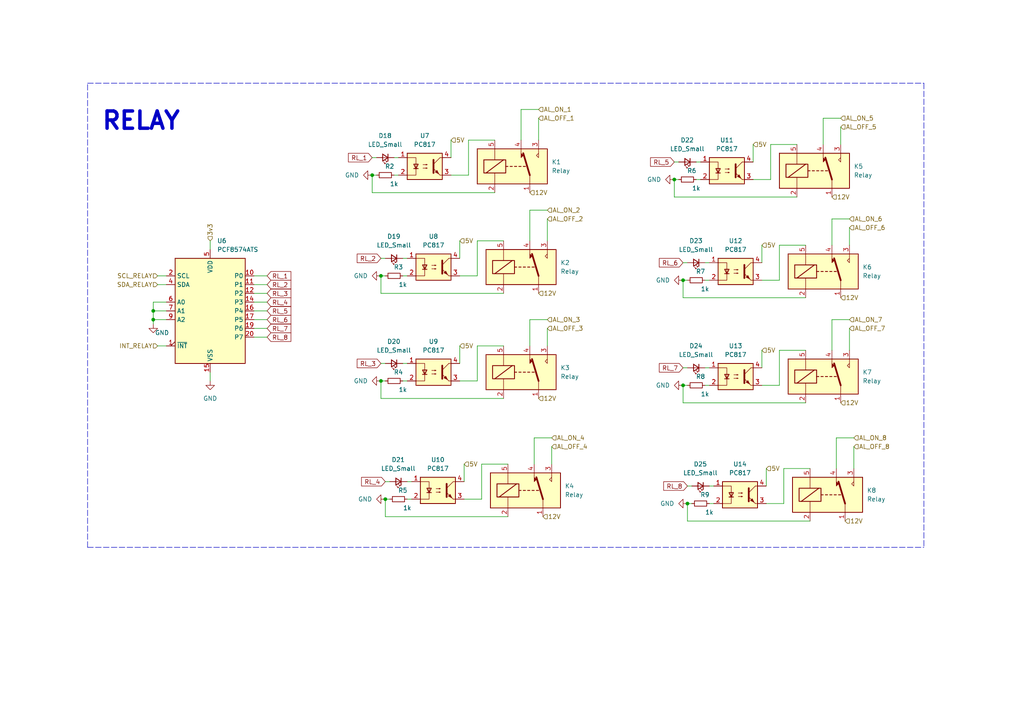
<source format=kicad_sch>
(kicad_sch (version 20211123) (generator eeschema)
  (paper "A4")
  (lib_symbols
    (symbol "Device:LED_Small" (pin_numbers hide) (pin_names (offset 0.254) hide)
      (property "Reference" "D" (at -1.27 3.175 0))
      (property "Value" "LED_Small" (at -4.445 -2.54 0))
      (symbol "LED_Small_0_1"
        (polyline (pts (xy -0.762 -1.016) (xy -0.762 1.016)) (stroke (width 0.254)))
        (polyline (pts (xy 1.016 0) (xy -0.762 0)))
        (polyline (pts (xy 0.762 -1.016) (xy -0.762 0) (xy 0.762 1.016) (xy 0.762 -1.016)) (stroke (width 0.254)))
        (polyline (pts (xy 0 0.762) (xy -0.508 1.27) (xy -0.254 1.27) (xy -0.508 1.27) (xy -0.508 1.016)))
        (polyline (pts (xy 0.508 1.27) (xy 0 1.778) (xy 0.254 1.778) (xy 0 1.778) (xy 0 1.524)))
      )
      (symbol "LED_Small_1_1"
        (pin passive line (at -2.54 0 0) (length 1.778) (name "K") (number "1"))
        (pin passive line (at 2.54 0 180) (length 1.778) (name "A") (number "2"))
      )
    )
    (symbol "Device:R_Small" (pin_numbers hide) (pin_names (offset 0.254) hide)
      (property "Reference" "R" (at 0.762 0.508 0))
      (property "Value" "R_Small" (at 0.762 -1.016 0))
      (symbol "R_Small_0_1"
        (rectangle (start -0.762 1.778) (end 0.762 -1.778) (stroke (width 0.2032)))
      )
      (symbol "R_Small_1_1"
        (pin passive line (at 0 2.54 270) (length 0.762) (name "~") (number "1"))
        (pin passive line (at 0 -2.54 90) (length 0.762) (name "~") (number "2"))
      )
    )
    (symbol "Interface_Expansion:PCF8574ATS"
      (property "Reference" "U" (at -8.89 16.51 0))
      (property "Value" "PCF8574ATS" (at 3.81 16.51 0))
      (symbol "PCF8574ATS_0_1"
        (rectangle (start -10.16 15.24) (end 10.16 -15.24) (stroke (width 0.254)) (fill (type background)))
      )
      (symbol "PCF8574ATS_1_1"
        (pin open_collector output_low (at -12.7 -10.16 0) (length 2.54) (name "~{INT}") (number "1"))
        (pin bidirectional line (at 12.7 10.16 180) (length 2.54) (name "P0") (number "10"))
        (pin bidirectional line (at 12.7 7.62 180) (length 2.54) (name "P1") (number "11"))
        (pin bidirectional line (at 12.7 5.08 180) (length 2.54) (name "P2") (number "12"))
        (pin no_connect line (at -10.16 -5.08 0) (length 2.54) hide (name "NC") (number "13"))
        (pin bidirectional line (at 12.7 2.54 180) (length 2.54) (name "P3") (number "14"))
        (pin power_in line (at 0 -17.78 90) (length 2.54) (name "VSS") (number "15"))
        (pin bidirectional line (at 12.7 0 180) (length 2.54) (name "P4") (number "16"))
        (pin bidirectional line (at 12.7 -2.54 180) (length 2.54) (name "P5") (number "17"))
        (pin no_connect line (at -10.16 -7.62 0) (length 2.54) hide (name "NC") (number "18"))
        (pin bidirectional line (at 12.7 -5.08 180) (length 2.54) (name "P6") (number "19"))
        (pin input line (at -12.7 10.16 0) (length 2.54) (name "SCL") (number "2"))
        (pin bidirectional line (at 12.7 -7.62 180) (length 2.54) (name "P7") (number "20"))
        (pin no_connect line (at 10.16 -10.16 180) (length 2.54) hide (name "NC") (number "3"))
        (pin bidirectional line (at -12.7 7.62 0) (length 2.54) (name "SDA") (number "4"))
        (pin power_in line (at 0 17.78 270) (length 2.54) (name "VDD") (number "5"))
        (pin input line (at -12.7 2.54 0) (length 2.54) (name "A0") (number "6"))
        (pin input line (at -12.7 0 0) (length 2.54) (name "A1") (number "7"))
        (pin no_connect line (at 10.16 -12.7 180) (length 2.54) hide (name "NC") (number "8"))
        (pin input line (at -12.7 -2.54 0) (length 2.54) (name "A2") (number "9"))
      )
    )
    (symbol "Isolator:PC817" (pin_names (offset 1.016))
      (property "Reference" "U" (at -5.08 5.08 0))
      (property "Value" "PC817" (at 0 5.08 0))
      (symbol "PC817_0_1"
        (rectangle (start -5.08 3.81) (end 5.08 -3.81) (stroke (width 0.254)) (fill (type background)))
        (polyline (pts (xy -3.175 -0.635) (xy -1.905 -0.635)) (stroke (width 0.254)))
        (polyline (pts (xy 2.54 0.635) (xy 4.445 2.54)))
        (polyline (pts (xy 4.445 -2.54) (xy 2.54 -0.635)) (fill (type outline)))
        (polyline (pts (xy 4.445 -2.54) (xy 5.08 -2.54)))
        (polyline (pts (xy 4.445 2.54) (xy 5.08 2.54)))
        (polyline (pts (xy -5.08 2.54) (xy -2.54 2.54) (xy -2.54 -0.635)))
        (polyline (pts (xy -2.54 -0.635) (xy -2.54 -2.54) (xy -5.08 -2.54)))
        (polyline (pts (xy 2.54 1.905) (xy 2.54 -1.905) (xy 2.54 -1.905)) (stroke (width 0.508)))
        (polyline (pts (xy -2.54 -0.635) (xy -3.175 0.635) (xy -1.905 0.635) (xy -2.54 -0.635)) (stroke (width 0.254)))
        (polyline (pts (xy -0.508 -0.508) (xy 0.762 -0.508) (xy 0.381 -0.635) (xy 0.381 -0.381) (xy 0.762 -0.508)))
        (polyline (pts (xy -0.508 0.508) (xy 0.762 0.508) (xy 0.381 0.381) (xy 0.381 0.635) (xy 0.762 0.508)))
        (polyline (pts (xy 3.048 -1.651) (xy 3.556 -1.143) (xy 4.064 -2.159) (xy 3.048 -1.651) (xy 3.048 -1.651)) (fill (type outline)))
      )
      (symbol "PC817_1_1"
        (pin passive line (at -7.62 2.54 0) (length 2.54) (name "~") (number "1"))
        (pin passive line (at -7.62 -2.54 0) (length 2.54) (name "~") (number "2"))
        (pin passive line (at 7.62 -2.54 180) (length 2.54) (name "~") (number "3"))
        (pin passive line (at 7.62 2.54 180) (length 2.54) (name "~") (number "4"))
      )
    )
    (symbol "Relay:SANYOU_SRD_Form_C"
      (property "Reference" "K" (at 11.43 3.81 0))
      (property "Value" "SANYOU_SRD_Form_C" (at 11.43 1.27 0))
      (symbol "SANYOU_SRD_Form_C_0_0"
        (polyline (pts (xy 7.62 5.08) (xy 7.62 2.54) (xy 6.985 3.175) (xy 7.62 3.81)))
      )
      (symbol "SANYOU_SRD_Form_C_0_1"
        (rectangle (start -10.16 5.08) (end 10.16 -5.08) (stroke (width 0.254)) (fill (type background)))
        (rectangle (start -8.255 1.905) (end -1.905 -1.905) (stroke (width 0.254)))
        (polyline (pts (xy -7.62 -1.905) (xy -2.54 1.905)) (stroke (width 0.254)))
        (polyline (pts (xy -5.08 -5.08) (xy -5.08 -1.905)))
        (polyline (pts (xy -5.08 5.08) (xy -5.08 1.905)))
        (polyline (pts (xy -1.905 0) (xy -1.27 0)) (stroke (width 0.254)))
        (polyline (pts (xy -0.635 0) (xy 0 0)) (stroke (width 0.254)))
        (polyline (pts (xy 0.635 0) (xy 1.27 0)) (stroke (width 0.254)))
        (polyline (pts (xy 1.905 0) (xy 2.54 0)) (stroke (width 0.254)))
        (polyline (pts (xy 3.175 0) (xy 3.81 0)) (stroke (width 0.254)))
        (polyline (pts (xy 5.08 -2.54) (xy 3.175 3.81)) (stroke (width 0.508)))
        (polyline (pts (xy 5.08 -2.54) (xy 5.08 -5.08)))
      )
      (symbol "SANYOU_SRD_Form_C_1_1"
        (polyline (pts (xy 2.54 3.81) (xy 3.175 3.175) (xy 2.54 2.54) (xy 2.54 5.08)) (fill (type outline)))
        (pin passive line (at 5.08 -7.62 90) (length 2.54) (name "~") (number "1"))
        (pin passive line (at -5.08 -7.62 90) (length 2.54) (name "~") (number "2"))
        (pin passive line (at 7.62 7.62 270) (length 2.54) (name "~") (number "3"))
        (pin passive line (at 2.54 7.62 270) (length 2.54) (name "~") (number "4"))
        (pin passive line (at -5.08 7.62 270) (length 2.54) (name "~") (number "5"))
      )
    )
    (symbol "power:GND" (power) (pin_names (offset 0))
      (property "Value" "GND" (at 0 -3.81 0))
      (symbol "GND_0_1"
        (polyline (pts (xy 0 0) (xy 0 -1.27) (xy 1.27 -1.27) (xy 0 -2.54) (xy -1.27 -1.27) (xy 0 -1.27)))
      )
      (symbol "GND_1_1"
        (pin power_in line (at 0 0 270) (length 0) hide (name "GND") (number "1"))
      )
    )
  )
  (junction (at 44.45 92.71))
  (junction (at 198.12 81.28))
  (junction (at 44.45 90.17))
  (junction (at 110.49 80.01))
  (junction (at 199.39 146.05))
  (junction (at 111.76 144.78))
  (junction (at 195.58 52.07))
  (junction (at 198.12 111.76))
  (junction (at 110.49 110.49))
  (junction (at 107.95 50.8))
  (wire (pts (xy 204.47 76.2) (xy 205.74 76.2)))
  (wire (pts (xy 133.35 110.49) (xy 138.43 110.49)))
  (wire (pts (xy 135.89 50.8) (xy 135.89 40.64)))
  (wire (pts (xy 111.76 144.78) (xy 113.03 144.78)))
  (wire (pts (xy 204.47 81.28) (xy 205.74 81.28)))
  (wire (pts (xy 73.66 97.79) (xy 77.47 97.79)))
  (wire (pts (xy 205.74 146.05) (xy 207.01 146.05)))
  (wire (pts (xy 198.12 116.84) (xy 233.68 116.84)))
  (wire (pts (xy 107.95 55.88) (xy 107.95 50.8)))
  (wire (pts (xy 226.06 101.6) (xy 233.68 101.6)))
  (wire (pts (xy 110.49 85.09) (xy 110.49 80.01)))
  (wire (pts (xy 158.75 95.25) (xy 158.75 100.33)))
  (wire (pts (xy 138.43 110.49) (xy 138.43 100.33)))
  (wire (pts (xy 118.11 144.78) (xy 119.38 144.78)))
  (wire (pts (xy 243.84 34.29) (xy 238.76 34.29)))
  (wire (pts (xy 107.95 55.88) (xy 143.51 55.88)))
  (wire (pts (xy 44.45 90.17) (xy 44.45 92.71)))
  (wire (pts (xy 226.06 111.76) (xy 226.06 101.6)))
  (wire (pts (xy 198.12 81.28) (xy 199.39 81.28)))
  (wire (pts (xy 154.94 127) (xy 160.02 127)))
  (wire (pts (xy 195.58 57.15) (xy 231.14 57.15)))
  (wire (pts (xy 118.11 139.7) (xy 119.38 139.7)))
  (wire (pts (xy 247.65 129.54) (xy 247.65 135.89)))
  (wire (pts (xy 226.06 81.28) (xy 226.06 71.12)))
  (wire (pts (xy 44.45 92.71) (xy 48.26 92.71)))
  (wire (pts (xy 116.84 105.41) (xy 118.11 105.41)))
  (wire (pts (xy 158.75 60.96) (xy 153.67 60.96)))
  (wire (pts (xy 154.94 134.62) (xy 154.94 127)))
  (wire (pts (xy 133.35 100.33) (xy 133.35 105.41)))
  (wire (pts (xy 198.12 106.68) (xy 199.39 106.68)))
  (wire (pts (xy 116.84 80.01) (xy 118.11 80.01)))
  (wire (pts (xy 134.62 144.78) (xy 139.7 144.78)))
  (wire (pts (xy 73.66 87.63) (xy 77.47 87.63)))
  (wire (pts (xy 73.66 95.25) (xy 77.47 95.25)))
  (wire (pts (xy 130.81 50.8) (xy 135.89 50.8)))
  (wire (pts (xy 44.45 87.63) (xy 44.45 90.17)))
  (wire (pts (xy 107.95 45.72) (xy 109.22 45.72)))
  (wire (pts (xy 73.66 90.17) (xy 77.47 90.17)))
  (wire (pts (xy 158.75 92.71) (xy 153.67 92.71)))
  (wire (pts (xy 156.21 31.75) (xy 151.13 31.75)))
  (wire (pts (xy 201.93 46.99) (xy 203.2 46.99)))
  (wire (pts (xy 110.49 110.49) (xy 111.76 110.49)))
  (wire (pts (xy 139.7 134.62) (xy 147.32 134.62)))
  (wire (pts (xy 199.39 151.13) (xy 234.95 151.13)))
  (wire (pts (xy 60.96 107.95) (xy 60.96 110.49)))
  (wire (pts (xy 111.76 149.86) (xy 111.76 144.78)))
  (wire (pts (xy 110.49 115.57) (xy 110.49 110.49)))
  (wire (pts (xy 199.39 151.13) (xy 199.39 146.05)))
  (wire (pts (xy 44.45 90.17) (xy 48.26 90.17)))
  (wire (pts (xy 133.35 69.85) (xy 133.35 74.93)))
  (wire (pts (xy 198.12 86.36) (xy 198.12 81.28)))
  (wire (pts (xy 110.49 105.41) (xy 111.76 105.41)))
  (wire (pts (xy 73.66 92.71) (xy 77.47 92.71)))
  (polyline (pts (xy 267.97 24.13) (xy 267.97 158.75)))
  (wire (pts (xy 246.38 92.71) (xy 241.3 92.71)))
  (wire (pts (xy 73.66 85.09) (xy 77.47 85.09)))
  (wire (pts (xy 73.66 82.55) (xy 77.47 82.55)))
  (wire (pts (xy 220.98 71.12) (xy 220.98 76.2)))
  (wire (pts (xy 198.12 86.36) (xy 233.68 86.36)))
  (wire (pts (xy 107.95 50.8) (xy 109.22 50.8)))
  (wire (pts (xy 199.39 146.05) (xy 200.66 146.05)))
  (wire (pts (xy 110.49 74.93) (xy 111.76 74.93)))
  (polyline (pts (xy 25.4 24.13) (xy 267.97 24.13)))
  (wire (pts (xy 243.84 36.83) (xy 243.84 41.91)))
  (wire (pts (xy 114.3 50.8) (xy 115.57 50.8)))
  (wire (pts (xy 158.75 63.5) (xy 158.75 69.85)))
  (wire (pts (xy 139.7 144.78) (xy 139.7 134.62)))
  (wire (pts (xy 114.3 45.72) (xy 115.57 45.72)))
  (wire (pts (xy 204.47 106.68) (xy 205.74 106.68)))
  (wire (pts (xy 222.25 135.89) (xy 222.25 140.97)))
  (wire (pts (xy 44.45 92.71) (xy 44.45 93.98)))
  (wire (pts (xy 223.52 41.91) (xy 231.14 41.91)))
  (wire (pts (xy 199.39 140.97) (xy 200.66 140.97)))
  (wire (pts (xy 110.49 80.01) (xy 111.76 80.01)))
  (wire (pts (xy 218.44 41.91) (xy 218.44 46.99)))
  (wire (pts (xy 222.25 146.05) (xy 227.33 146.05)))
  (wire (pts (xy 110.49 115.57) (xy 146.05 115.57)))
  (wire (pts (xy 45.72 80.01) (xy 48.26 80.01)))
  (wire (pts (xy 195.58 52.07) (xy 196.85 52.07)))
  (wire (pts (xy 223.52 52.07) (xy 223.52 41.91)))
  (wire (pts (xy 110.49 85.09) (xy 146.05 85.09)))
  (wire (pts (xy 138.43 69.85) (xy 146.05 69.85)))
  (wire (pts (xy 246.38 66.04) (xy 246.38 71.12)))
  (wire (pts (xy 111.76 149.86) (xy 147.32 149.86)))
  (wire (pts (xy 198.12 116.84) (xy 198.12 111.76)))
  (wire (pts (xy 226.06 71.12) (xy 233.68 71.12)))
  (wire (pts (xy 48.26 87.63) (xy 44.45 87.63)))
  (wire (pts (xy 220.98 81.28) (xy 226.06 81.28)))
  (wire (pts (xy 205.74 140.97) (xy 207.01 140.97)))
  (wire (pts (xy 247.65 127) (xy 242.57 127)))
  (wire (pts (xy 195.58 57.15) (xy 195.58 52.07)))
  (wire (pts (xy 227.33 146.05) (xy 227.33 135.89)))
  (wire (pts (xy 45.72 100.33) (xy 48.26 100.33)))
  (wire (pts (xy 246.38 63.5) (xy 241.3 63.5)))
  (wire (pts (xy 138.43 80.01) (xy 138.43 69.85)))
  (wire (pts (xy 116.84 110.49) (xy 118.11 110.49)))
  (wire (pts (xy 246.38 95.25) (xy 246.38 101.6)))
  (wire (pts (xy 204.47 111.76) (xy 205.74 111.76)))
  (wire (pts (xy 242.57 127) (xy 242.57 135.89)))
  (wire (pts (xy 238.76 34.29) (xy 238.76 41.91)))
  (wire (pts (xy 135.89 40.64) (xy 143.51 40.64)))
  (polyline (pts (xy 25.4 158.75) (xy 25.4 24.13)))
  (wire (pts (xy 195.58 46.99) (xy 196.85 46.99)))
  (wire (pts (xy 220.98 111.76) (xy 226.06 111.76)))
  (polyline (pts (xy 25.4 158.75) (xy 267.97 158.75)))
  (wire (pts (xy 198.12 76.2) (xy 199.39 76.2)))
  (wire (pts (xy 198.12 111.76) (xy 199.39 111.76)))
  (wire (pts (xy 160.02 129.54) (xy 160.02 134.62)))
  (wire (pts (xy 218.44 52.07) (xy 223.52 52.07)))
  (wire (pts (xy 153.67 60.96) (xy 153.67 69.85)))
  (wire (pts (xy 227.33 135.89) (xy 234.95 135.89)))
  (wire (pts (xy 241.3 92.71) (xy 241.3 101.6)))
  (wire (pts (xy 60.96 69.85) (xy 60.96 72.39)))
  (wire (pts (xy 116.84 74.93) (xy 118.11 74.93)))
  (wire (pts (xy 130.81 40.64) (xy 130.81 45.72)))
  (wire (pts (xy 151.13 31.75) (xy 151.13 40.64)))
  (wire (pts (xy 156.21 34.29) (xy 156.21 40.64)))
  (wire (pts (xy 201.93 52.07) (xy 203.2 52.07)))
  (wire (pts (xy 138.43 100.33) (xy 146.05 100.33)))
  (wire (pts (xy 73.66 80.01) (xy 77.47 80.01)))
  (wire (pts (xy 111.76 139.7) (xy 113.03 139.7)))
  (wire (pts (xy 220.98 101.6) (xy 220.98 106.68)))
  (wire (pts (xy 134.62 134.62) (xy 134.62 139.7)))
  (wire (pts (xy 45.72 82.55) (xy 48.26 82.55)))
  (wire (pts (xy 133.35 80.01) (xy 138.43 80.01)))
  (wire (pts (xy 241.3 63.5) (xy 241.3 71.12)))
  (wire (pts (xy 153.67 92.71) (xy 153.67 100.33)))
  (text "RELAY\n" (at 29.21 38.1 0) (effects (font (size 5 5) (thickness 1) bold) (justify left bottom)))
  (global_label "RL_6" (shape input) (at 77.47 92.71 0) (property "Intersheet References" "${INTERSHEET_REFS}" (effects hide)))
  (global_label "RL_3" (shape input) (at 110.49 105.41 180) (property "Intersheet References" "${INTERSHEET_REFS}" (effects hide)))
  (global_label "RL_4" (shape input) (at 77.47 87.63 0) (property "Intersheet References" "${INTERSHEET_REFS}" (effects hide)))
  (global_label "RL_2" (shape input) (at 110.49 74.93 180) (property "Intersheet References" "${INTERSHEET_REFS}" (effects hide)))
  (global_label "RL_1" (shape input) (at 77.47 80.01 0) (property "Intersheet References" "${INTERSHEET_REFS}" (effects hide)))
  (global_label "RL_3" (shape input) (at 77.47 85.09 0) (property "Intersheet References" "${INTERSHEET_REFS}" (effects hide)))
  (global_label "RL_8" (shape input) (at 199.39 140.97 180) (property "Intersheet References" "${INTERSHEET_REFS}" (effects hide)))
  (global_label "RL_5" (shape input) (at 195.58 46.99 180) (property "Intersheet References" "${INTERSHEET_REFS}" (effects hide)))
  (global_label "RL_6" (shape input) (at 198.12 76.2 180) (property "Intersheet References" "${INTERSHEET_REFS}" (effects hide)))
  (global_label "RL_8" (shape input) (at 77.47 97.79 0) (property "Intersheet References" "${INTERSHEET_REFS}" (effects hide)))
  (global_label "RL_4" (shape input) (at 111.76 139.7 180) (property "Intersheet References" "${INTERSHEET_REFS}" (effects hide)))
  (global_label "RL_7" (shape input) (at 198.12 106.68 180) (property "Intersheet References" "${INTERSHEET_REFS}" (effects hide)))
  (global_label "RL_7" (shape input) (at 77.47 95.25 0) (property "Intersheet References" "${INTERSHEET_REFS}" (effects hide)))
  (global_label "RL_5" (shape input) (at 77.47 90.17 0) (property "Intersheet References" "${INTERSHEET_REFS}" (effects hide)))
  (global_label "RL_1" (shape input) (at 107.95 45.72 180) (property "Intersheet References" "${INTERSHEET_REFS}" (effects hide)))
  (global_label "RL_2" (shape input) (at 77.47 82.55 0) (property "Intersheet References" "${INTERSHEET_REFS}" (effects hide)))
  (hierarchical_label "5V" (shape input) (at 222.25 135.89 0))
  (hierarchical_label "AL_OFF_4" (shape input) (at 160.02 129.54 0))
  (hierarchical_label "AL_ON_8" (shape input) (at 247.65 127 0))
  (hierarchical_label "5V" (shape input) (at 133.35 69.85 0))
  (hierarchical_label "12V" (shape input) (at 156.21 115.57 0))
  (hierarchical_label "AL_ON_2" (shape input) (at 158.75 60.96 0))
  (hierarchical_label "5V" (shape input) (at 133.35 100.33 0))
  (hierarchical_label "AL_OFF_6" (shape input) (at 246.38 66.04 0))
  (hierarchical_label "5V" (shape input) (at 130.81 40.64 0))
  (hierarchical_label "12V" (shape input) (at 153.67 55.88 0))
  (hierarchical_label "INT_RELAY" (shape input) (at 45.72 100.33 180))
  (hierarchical_label "AL_OFF_8" (shape input) (at 247.65 129.54 0))
  (hierarchical_label "12V" (shape input) (at 156.21 85.09 0))
  (hierarchical_label "AL_ON_6" (shape input) (at 246.38 63.5 0))
  (hierarchical_label "5V" (shape input) (at 220.98 71.12 0))
  (hierarchical_label "5V" (shape input) (at 134.62 134.62 0))
  (hierarchical_label "SCL_RELAY" (shape input) (at 45.72 80.01 180))
  (hierarchical_label "12V" (shape input) (at 241.3 57.15 0))
  (hierarchical_label "12V" (shape input) (at 243.84 116.84 0))
  (hierarchical_label "5V" (shape input) (at 218.44 41.91 0))
  (hierarchical_label "AL_ON_3" (shape input) (at 158.75 92.71 0))
  (hierarchical_label "5V" (shape input) (at 220.98 101.6 0))
  (hierarchical_label "AL_OFF_1" (shape input) (at 156.21 34.29 0))
  (hierarchical_label "AL_OFF_2" (shape input) (at 158.75 63.5 0))
  (hierarchical_label "AL_OFF_5" (shape input) (at 243.84 36.83 0))
  (hierarchical_label "AL_OFF_3" (shape input) (at 158.75 95.25 0))
  (hierarchical_label "SDA_RELAY" (shape input) (at 45.72 82.55 180))
  (hierarchical_label "AL_ON_4" (shape input) (at 160.02 127 0))
  (hierarchical_label "12V" (shape input) (at 157.48 149.86 0))
  (hierarchical_label "AL_ON_7" (shape input) (at 246.38 92.71 0))
  (hierarchical_label "AL_ON_5" (shape input) (at 243.84 34.29 0))
  (hierarchical_label "AL_ON_1" (shape input) (at 156.21 31.75 0))
  (hierarchical_label "12V" (shape input) (at 243.84 86.36 0))
  (hierarchical_label "AL_OFF_7" (shape input) (at 246.38 95.25 0))
  (hierarchical_label "12V" (shape input) (at 245.11 151.13 0))
  (hierarchical_label "3v3" (shape input) (at 60.96 69.85 90))
  (symbol (lib_id "power:GND") (at 110.49 80.01 270) (unit 1)
    (property "Reference" "#PWR0111" (effects hide))
    (property "Value" "GND" (at 106.68 80.0101 90) (effects (justify right)))
  )
  (symbol (lib_id "Device:LED_Small") (at 114.3 74.93 180) (unit 1)
    (property "Reference" "D19" (at 114.2365 68.58 0))
    (property "Value" "LED_Small" (at 114.2365 71.12 0))
    (property "Footprint" "LED_THT:LED_D1.8mm_W3.3mm_H2.4mm" (effects hide))
  )
  (symbol (lib_id "Isolator:PC817") (at 213.36 109.22 0) (unit 1)
    (property "Reference" "U13" (at 213.36 100.33 0))
    (property "Value" "PC817" (at 213.36 102.87 0))
    (property "Footprint" "Package_DIP:DIP-4_W7.62mm" (effects hide))
    (property "Datasheet" "http://www.soselectronic.cz/a_info/resource/d/pc817.pdf" (effects hide))
  )
  (symbol (lib_id "Relay:SANYOU_SRD_Form_C") (at 151.13 107.95 0) (unit 1)
    (property "Reference" "K3" (at 162.56 106.6799 0) (effects (justify left)))
    (property "Value" "Relay" (at 162.56 109.2199 0) (effects (justify left)))
    (property "Footprint" "Relay_THT:Relay_SPDT_SANYOU_SRD_Series_Form_C" (effects hide))
    (property "Datasheet" "http://www.sanyourelay.ca/public/products/pdf/SRD.pdf" (effects hide))
  )
  (symbol (lib_id "Device:R_Small") (at 201.93 111.76 90) (unit 1)
    (property "Reference" "R8" (at 203.2 109.22 90))
    (property "Value" "1k" (at 204.47 114.3 90))
    (property "Footprint" "Resistor_THT:R_Axial_DIN0204_L3.6mm_D1.6mm_P5.08mm_Horizontal" (effects hide))
  )
  (symbol (lib_id "Relay:SANYOU_SRD_Form_C") (at 238.76 109.22 0) (unit 1)
    (property "Reference" "K7" (at 250.19 107.9499 0) (effects (justify left)))
    (property "Value" "Relay" (at 250.19 110.4899 0) (effects (justify left)))
    (property "Footprint" "Relay_THT:Relay_SPDT_SANYOU_SRD_Series_Form_C" (effects hide))
    (property "Datasheet" "http://www.sanyourelay.ca/public/products/pdf/SRD.pdf" (effects hide))
  )
  (symbol (lib_id "power:GND") (at 198.12 81.28 270) (unit 1)
    (property "Reference" "#PWR0117" (effects hide))
    (property "Value" "GND" (at 194.31 81.2801 90) (effects (justify right)))
  )
  (symbol (lib_id "Isolator:PC817") (at 125.73 77.47 0) (unit 1)
    (property "Reference" "U8" (at 125.73 68.58 0))
    (property "Value" "PC817" (at 125.73 71.12 0))
    (property "Footprint" "Package_DIP:DIP-4_W7.62mm" (effects hide))
    (property "Datasheet" "http://www.soselectronic.cz/a_info/resource/d/pc817.pdf" (effects hide))
  )
  (symbol (lib_id "Device:LED_Small") (at 111.76 45.72 180) (unit 1)
    (property "Reference" "D18" (at 111.6965 39.37 0))
    (property "Value" "LED_Small" (at 111.6965 41.91 0))
    (property "Footprint" "LED_THT:LED_D1.8mm_W3.3mm_H2.4mm" (effects hide))
  )
  (symbol (lib_id "Device:LED_Small") (at 203.2 140.97 180) (unit 1)
    (property "Reference" "D25" (at 203.1365 134.62 0))
    (property "Value" "LED_Small" (at 203.1365 137.16 0))
    (property "Footprint" "LED_THT:LED_D1.8mm_W3.3mm_H2.4mm" (effects hide))
  )
  (symbol (lib_id "Device:R_Small") (at 111.76 50.8 90) (unit 1)
    (property "Reference" "R2" (at 113.03 48.26 90))
    (property "Value" "1k" (at 114.3 53.34 90))
    (property "Footprint" "Resistor_THT:R_Axial_DIN0204_L3.6mm_D1.6mm_P5.08mm_Horizontal" (effects hide))
  )
  (symbol (lib_id "power:GND") (at 60.96 110.49 0) (unit 1)
    (property "Reference" "#PWR0123" (effects hide))
    (property "Value" "GND" (at 60.96 115.57 0))
  )
  (symbol (lib_id "power:GND") (at 195.58 52.07 270) (unit 1)
    (property "Reference" "#PWR0116" (effects hide))
    (property "Value" "GND" (at 191.77 52.0701 90) (effects (justify right)))
  )
  (symbol (lib_id "power:GND") (at 111.76 144.78 270) (unit 1)
    (property "Reference" "#PWR0122" (effects hide))
    (property "Value" "GND" (at 107.95 144.7801 90) (effects (justify right)))
  )
  (symbol (lib_id "Isolator:PC817") (at 127 142.24 0) (unit 1)
    (property "Reference" "U10" (at 127 133.35 0))
    (property "Value" "PC817" (at 127 135.89 0))
    (property "Footprint" "Package_DIP:DIP-4_W7.62mm" (effects hide))
    (property "Datasheet" "http://www.soselectronic.cz/a_info/resource/d/pc817.pdf" (effects hide))
  )
  (symbol (lib_id "power:GND") (at 107.95 50.8 270) (unit 1)
    (property "Reference" "#PWR0110" (effects hide))
    (property "Value" "GND" (at 104.14 50.8001 90) (effects (justify right)))
  )
  (symbol (lib_id "power:GND") (at 110.49 110.49 270) (unit 1)
    (property "Reference" "#PWR0125" (effects hide))
    (property "Value" "GND" (at 106.68 110.4901 90) (effects (justify right)))
  )
  (symbol (lib_id "Device:R_Small") (at 203.2 146.05 90) (unit 1)
    (property "Reference" "R9" (at 204.47 143.51 90))
    (property "Value" "1k" (at 205.74 148.59 90))
    (property "Footprint" "Resistor_THT:R_Axial_DIN0204_L3.6mm_D1.6mm_P5.08mm_Horizontal" (effects hide))
  )
  (symbol (lib_id "Device:LED_Small") (at 201.93 106.68 180) (unit 1)
    (property "Reference" "D24" (at 201.8665 100.33 0))
    (property "Value" "LED_Small" (at 201.8665 102.87 0))
    (property "Footprint" "LED_THT:LED_D1.8mm_W3.3mm_H2.4mm" (effects hide))
  )
  (symbol (lib_id "Device:R_Small") (at 199.39 52.07 90) (unit 1)
    (property "Reference" "R6" (at 200.66 49.53 90))
    (property "Value" "1k" (at 201.93 54.61 90))
    (property "Footprint" "Resistor_THT:R_Axial_DIN0204_L3.6mm_D1.6mm_P5.08mm_Horizontal" (effects hide))
  )
  (symbol (lib_id "Isolator:PC817") (at 210.82 49.53 0) (unit 1)
    (property "Reference" "U11" (at 210.82 40.64 0))
    (property "Value" "PC817" (at 210.82 43.18 0))
    (property "Footprint" "Package_DIP:DIP-4_W7.62mm" (effects hide))
    (property "Datasheet" "http://www.soselectronic.cz/a_info/resource/d/pc817.pdf" (effects hide))
  )
  (symbol (lib_id "Device:LED_Small") (at 199.39 46.99 180) (unit 1)
    (property "Reference" "D22" (at 199.3265 40.64 0))
    (property "Value" "LED_Small" (at 199.3265 43.18 0))
    (property "Footprint" "LED_THT:LED_D1.8mm_W3.3mm_H2.4mm" (effects hide))
  )
  (symbol (lib_id "Device:R_Small") (at 201.93 81.28 90) (unit 1)
    (property "Reference" "R7" (at 203.2 78.74 90))
    (property "Value" "1k" (at 204.47 83.82 90))
    (property "Footprint" "Resistor_THT:R_Axial_DIN0204_L3.6mm_D1.6mm_P5.08mm_Horizontal" (effects hide))
  )
  (symbol (lib_id "Device:LED_Small") (at 201.93 76.2 180) (unit 1)
    (property "Reference" "D23" (at 201.8665 69.85 0))
    (property "Value" "LED_Small" (at 201.8665 72.39 0))
    (property "Footprint" "LED_THT:LED_D1.8mm_W3.3mm_H2.4mm" (effects hide))
  )
  (symbol (lib_id "Isolator:PC817") (at 123.19 48.26 0) (unit 1)
    (property "Reference" "U7" (at 123.19 39.37 0))
    (property "Value" "PC817" (at 123.19 41.91 0))
    (property "Footprint" "Package_DIP:DIP-4_W7.62mm" (effects hide))
    (property "Datasheet" "http://www.soselectronic.cz/a_info/resource/d/pc817.pdf" (effects hide))
  )
  (symbol (lib_id "Relay:SANYOU_SRD_Form_C") (at 151.13 77.47 0) (unit 1)
    (property "Reference" "K2" (at 162.56 76.1999 0) (effects (justify left)))
    (property "Value" "Relay" (at 162.56 78.7399 0) (effects (justify left)))
    (property "Footprint" "Relay_THT:Relay_SPDT_SANYOU_SRD_Series_Form_C" (effects hide))
    (property "Datasheet" "http://www.sanyourelay.ca/public/products/pdf/SRD.pdf" (effects hide))
  )
  (symbol (lib_id "Relay:SANYOU_SRD_Form_C") (at 148.59 48.26 0) (unit 1)
    (property "Reference" "K1" (at 160.02 46.9899 0) (effects (justify left)))
    (property "Value" "Relay" (at 160.02 49.5299 0) (effects (justify left)))
    (property "Footprint" "Relay_THT:Relay_SPDT_SANYOU_SRD_Series_Form_C" (effects hide))
    (property "Datasheet" "http://www.sanyourelay.ca/public/products/pdf/SRD.pdf" (effects hide))
  )
  (symbol (lib_id "Relay:SANYOU_SRD_Form_C") (at 238.76 78.74 0) (unit 1)
    (property "Reference" "K6" (at 250.19 77.4699 0) (effects (justify left)))
    (property "Value" "Relay" (at 250.19 80.0099 0) (effects (justify left)))
    (property "Footprint" "Relay_THT:Relay_SPDT_SANYOU_SRD_Series_Form_C" (effects hide))
    (property "Datasheet" "http://www.sanyourelay.ca/public/products/pdf/SRD.pdf" (effects hide))
  )
  (symbol (lib_id "Relay:SANYOU_SRD_Form_C") (at 236.22 49.53 0) (unit 1)
    (property "Reference" "K5" (at 247.65 48.2599 0) (effects (justify left)))
    (property "Value" "Relay" (at 247.65 50.7999 0) (effects (justify left)))
    (property "Footprint" "Relay_THT:Relay_SPDT_SANYOU_SRD_Series_Form_C" (effects hide))
    (property "Datasheet" "http://www.sanyourelay.ca/public/products/pdf/SRD.pdf" (effects hide))
  )
  (symbol (lib_id "power:GND") (at 44.45 93.98 0) (unit 1)
    (property "Reference" "#PWR0124" (effects hide))
    (property "Value" "GND" (at 46.99 96.52 0))
  )
  (symbol (lib_id "Device:LED_Small") (at 114.3 105.41 180) (unit 1)
    (property "Reference" "D20" (at 114.2365 99.06 0))
    (property "Value" "LED_Small" (at 114.2365 101.6 0))
    (property "Footprint" "LED_THT:LED_D1.8mm_W3.3mm_H2.4mm" (effects hide))
  )
  (symbol (lib_id "Isolator:PC817") (at 213.36 78.74 0) (unit 1)
    (property "Reference" "U12" (at 213.36 69.85 0))
    (property "Value" "PC817" (at 213.36 72.39 0))
    (property "Footprint" "Package_DIP:DIP-4_W7.62mm" (effects hide))
    (property "Datasheet" "http://www.soselectronic.cz/a_info/resource/d/pc817.pdf" (effects hide))
  )
  (symbol (lib_id "Isolator:PC817") (at 214.63 143.51 0) (unit 1)
    (property "Reference" "U14" (at 214.63 134.62 0))
    (property "Value" "PC817" (at 214.63 137.16 0))
    (property "Footprint" "Package_DIP:DIP-4_W7.62mm" (effects hide))
    (property "Datasheet" "http://www.soselectronic.cz/a_info/resource/d/pc817.pdf" (effects hide))
  )
  (symbol (lib_id "Device:R_Small") (at 115.57 144.78 90) (unit 1)
    (property "Reference" "R5" (at 116.84 142.24 90))
    (property "Value" "1k" (at 118.11 147.32 90))
    (property "Footprint" "Resistor_THT:R_Axial_DIN0204_L3.6mm_D1.6mm_P5.08mm_Horizontal" (effects hide))
  )
  (symbol (lib_id "Device:R_Small") (at 114.3 110.49 90) (unit 1)
    (property "Reference" "R4" (at 115.57 107.95 90))
    (property "Value" "1k" (at 116.84 113.03 90))
    (property "Footprint" "Resistor_THT:R_Axial_DIN0204_L3.6mm_D1.6mm_P5.08mm_Horizontal" (effects hide))
  )
  (symbol (lib_id "Relay:SANYOU_SRD_Form_C") (at 152.4 142.24 0) (unit 1)
    (property "Reference" "K4" (at 163.83 140.9699 0) (effects (justify left)))
    (property "Value" "Relay" (at 163.83 143.5099 0) (effects (justify left)))
    (property "Footprint" "Relay_THT:Relay_SPDT_SANYOU_SRD_Series_Form_C" (effects hide))
    (property "Datasheet" "http://www.sanyourelay.ca/public/products/pdf/SRD.pdf" (effects hide))
  )
  (symbol (lib_id "power:GND") (at 198.12 111.76 270) (unit 1)
    (property "Reference" "#PWR0112" (effects hide))
    (property "Value" "GND" (at 194.31 111.7601 90) (effects (justify right)))
  )
  (symbol (lib_id "power:GND") (at 199.39 146.05 270) (unit 1)
    (property "Reference" "#PWR0113" (effects hide))
    (property "Value" "GND" (at 195.58 146.0501 90) (effects (justify right)))
  )
  (symbol (lib_id "Relay:SANYOU_SRD_Form_C") (at 240.03 143.51 0) (unit 1)
    (property "Reference" "K8" (at 251.46 142.2399 0) (effects (justify left)))
    (property "Value" "Relay" (at 251.46 144.7799 0) (effects (justify left)))
    (property "Footprint" "Relay_THT:Relay_SPDT_SANYOU_SRD_Series_Form_C" (effects hide))
    (property "Datasheet" "http://www.sanyourelay.ca/public/products/pdf/SRD.pdf" (effects hide))
  )
  (symbol (lib_id "Device:R_Small") (at 114.3 80.01 90) (unit 1)
    (property "Reference" "R3" (at 115.57 77.47 90))
    (property "Value" "1k" (at 116.84 82.55 90))
    (property "Footprint" "Resistor_THT:R_Axial_DIN0204_L3.6mm_D1.6mm_P5.08mm_Horizontal" (effects hide))
  )
  (symbol (lib_id "Device:LED_Small") (at 115.57 139.7 180) (unit 1)
    (property "Reference" "D21" (at 115.5065 133.35 0))
    (property "Value" "LED_Small" (at 115.5065 135.89 0))
    (property "Footprint" "LED_THT:LED_D1.8mm_W3.3mm_H2.4mm" (effects hide))
  )
  (symbol (lib_id "Interface_Expansion:PCF8574ATS") (at 60.96 90.17 0) (unit 1)
    (property "Reference" "U6" (at 62.9794 69.85 0) (effects (justify left)))
    (property "Value" "PCF8574ATS" (at 62.9794 72.39 0) (effects (justify left)))
    (property "Footprint" "Package_SO:SSOP-20_4.4x6.5mm_P0.65mm" (effects hide))
    (property "Datasheet" "http://www.nxp.com/documents/data_sheet/PCF8574_PCF8574A.pdf" (effects hide))
  )
  (symbol (lib_id "Isolator:PC817") (at 125.73 107.95 0) (unit 1)
    (property "Reference" "U9" (at 125.73 99.06 0))
    (property "Value" "PC817" (at 125.73 101.6 0))
    (property "Footprint" "Package_DIP:DIP-4_W7.62mm" (effects hide))
    (property "Datasheet" "http://www.soselectronic.cz/a_info/resource/d/pc817.pdf" (effects hide))
  )
)
</source>
